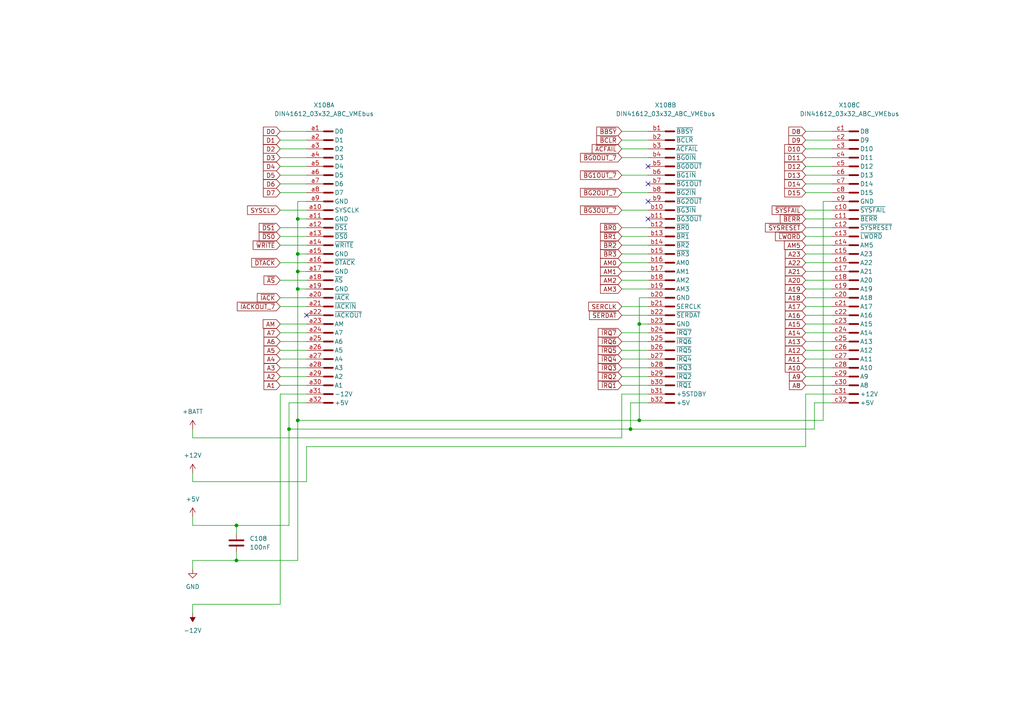
<source format=kicad_sch>
(kicad_sch (version 20211123) (generator eeschema)
  (paper "A4")
  (title_block (title "SLOT 3") (date "2024-01-03") (rev "1") (company "TOM STOREY") (comment 1 "FREE FOR NON-COMMERCIAL USE"))
  (lib_symbols
    (symbol "COMET symbols:C" (pin_numbers hide) (pin_names hide)
      (property "Reference" "C" (at 0 0 0))
      (property "Value" "C" (at 0 0 0))
      (symbol "C_0_1"
        (polyline (pts (xy -2.032 -0.762) (xy 2.032 -0.762)) (stroke (width 0.508)))
        (polyline (pts (xy -2.032 0.762) (xy 2.032 0.762)) (stroke (width 0.508)))
      )
      (symbol "C_1_1"
        (pin passive line (at 0 2.54 270) (length 1.524) (name "~") (number "1"))
        (pin passive line (at 0 -2.54 90) (length 1.524) (name "~") (number "2"))
      )
    )
    (symbol "COMET symbols:DIN41612_03x32_ABC_VMEbus" (pin_names (offset 3.048))
      (property "Reference" "X1" (at -20.32 45.72 0))
      (property "Value" "DIN41612_03x32_ABC_VMEbus" (at -20.32 43.18 0))
      (symbol "DIN41612_03x32_ABC_VMEbus_1_1"
        (polyline (pts (xy 0 -40.64) (xy 2.54 -40.64)) (stroke (width 0.508)))
        (polyline (pts (xy 0 -38.1) (xy 2.54 -38.1)) (stroke (width 0.508)))
        (polyline (pts (xy 0 -35.56) (xy 2.54 -35.56)) (stroke (width 0.508)))
        (polyline (pts (xy 0 -33.02) (xy 2.54 -33.02)) (stroke (width 0.508)))
        (polyline (pts (xy 0 -30.48) (xy 2.54 -30.48)) (stroke (width 0.508)))
        (polyline (pts (xy 0 -27.94) (xy 2.54 -27.94)) (stroke (width 0.508)))
        (polyline (pts (xy 0 -25.4) (xy 2.54 -25.4)) (stroke (width 0.508)))
        (polyline (pts (xy 0 -22.86) (xy 2.54 -22.86)) (stroke (width 0.508)))
        (polyline (pts (xy 0 -20.32) (xy 2.54 -20.32)) (stroke (width 0.508)))
        (polyline (pts (xy 0 -17.78) (xy 2.54 -17.78)) (stroke (width 0.508)))
        (polyline (pts (xy 0 -15.24) (xy 2.54 -15.24)) (stroke (width 0.508)))
        (polyline (pts (xy 0 -12.7) (xy 2.54 -12.7)) (stroke (width 0.508)))
        (polyline (pts (xy 0 -10.16) (xy 2.54 -10.16)) (stroke (width 0.508)))
        (polyline (pts (xy 0 -7.62) (xy 2.54 -7.62)) (stroke (width 0.508)))
        (polyline (pts (xy 0 -5.08) (xy 2.54 -5.08)) (stroke (width 0.508)))
        (polyline (pts (xy 0 -2.54) (xy 2.54 -2.54)) (stroke (width 0.508)))
        (polyline (pts (xy 0 0) (xy 2.54 0)) (stroke (width 0.508)))
        (polyline (pts (xy 0 2.54) (xy 2.54 2.54)) (stroke (width 0.508)))
        (polyline (pts (xy 0 5.08) (xy 2.54 5.08)) (stroke (width 0.508)))
        (polyline (pts (xy 0 7.62) (xy 2.54 7.62)) (stroke (width 0.508)))
        (polyline (pts (xy 0 10.16) (xy 2.54 10.16)) (stroke (width 0.508)))
        (polyline (pts (xy 0 12.7) (xy 2.54 12.7)) (stroke (width 0.508)))
        (polyline (pts (xy 0 15.24) (xy 2.54 15.24)) (stroke (width 0.508)))
        (polyline (pts (xy 0 17.78) (xy 2.54 17.78)) (stroke (width 0.508)))
        (polyline (pts (xy 0 20.32) (xy 2.54 20.32)) (stroke (width 0.508)))
        (polyline (pts (xy 0 22.86) (xy 2.54 22.86)) (stroke (width 0.508)))
        (polyline (pts (xy 0 25.4) (xy 2.54 25.4)) (stroke (width 0.508)))
        (polyline (pts (xy 0 27.94) (xy 2.54 27.94)) (stroke (width 0.508)))
        (polyline (pts (xy 0 30.48) (xy 2.54 30.48)) (stroke (width 0.508)))
        (polyline (pts (xy 0 33.02) (xy 2.54 33.02)) (stroke (width 0.508)))
        (polyline (pts (xy 0 35.56) (xy 2.54 35.56)) (stroke (width 0.508)))
        (polyline (pts (xy 0 38.1) (xy 2.54 38.1)) (stroke (width 0.508)))
        (pin passive line (at -5.08 38.1 0) (length 5.08) (name "D0") (number "a1"))
        (pin passive line (at -5.08 15.24 0) (length 5.08) (name "SYSCLK") (number "a10"))
        (pin passive line (at -5.08 12.7 0) (length 5.08) (name "GND") (number "a11"))
        (pin passive line (at -5.08 10.16 0) (length 5.08) (name "~{DS1}") (number "a12"))
        (pin passive line (at -5.08 7.62 0) (length 5.08) (name "~{DS0}") (number "a13"))
        (pin passive line (at -5.08 5.08 0) (length 5.08) (name "~{WRITE}") (number "a14"))
        (pin passive line (at -5.08 2.54 0) (length 5.08) (name "GND") (number "a15"))
        (pin passive line (at -5.08 0 0) (length 5.08) (name "~{DTACK}") (number "a16"))
        (pin passive line (at -5.08 -2.54 0) (length 5.08) (name "GND") (number "a17"))
        (pin passive line (at -5.08 -5.08 0) (length 5.08) (name "~{AS}") (number "a18"))
        (pin passive line (at -5.08 -7.62 0) (length 5.08) (name "GND") (number "a19"))
        (pin passive line (at -5.08 35.56 0) (length 5.08) (name "D1") (number "a2"))
        (pin passive line (at -5.08 -10.16 0) (length 5.08) (name "~{IACK}") (number "a20"))
        (pin passive line (at -5.08 -12.7 0) (length 5.08) (name "~{IACKIN}") (number "a21"))
        (pin passive line (at -5.08 -15.24 0) (length 5.08) (name "~{IACKOUT}") (number "a22"))
        (pin passive line (at -5.08 -17.78 0) (length 5.08) (name "AM") (number "a23"))
        (pin passive line (at -5.08 -20.32 0) (length 5.08) (name "A7") (number "a24"))
        (pin passive line (at -5.08 -22.86 0) (length 5.08) (name "A6") (number "a25"))
        (pin passive line (at -5.08 -25.4 0) (length 5.08) (name "A5") (number "a26"))
        (pin passive line (at -5.08 -27.94 0) (length 5.08) (name "A4") (number "a27"))
        (pin passive line (at -5.08 -30.48 0) (length 5.08) (name "A3") (number "a28"))
        (pin passive line (at -5.08 -33.02 0) (length 5.08) (name "A2") (number "a29"))
        (pin passive line (at -5.08 33.02 0) (length 5.08) (name "D2") (number "a3"))
        (pin passive line (at -5.08 -35.56 0) (length 5.08) (name "A1") (number "a30"))
        (pin passive line (at -5.08 -38.1 0) (length 5.08) (name "-12V") (number "a31"))
        (pin passive line (at -5.08 -40.64 0) (length 5.08) (name "+5V") (number "a32"))
        (pin passive line (at -5.08 30.48 0) (length 5.08) (name "D3") (number "a4"))
        (pin passive line (at -5.08 27.94 0) (length 5.08) (name "D4") (number "a5"))
        (pin passive line (at -5.08 25.4 0) (length 5.08) (name "D5") (number "a6"))
        (pin passive line (at -5.08 22.86 0) (length 5.08) (name "D6") (number "a7"))
        (pin passive line (at -5.08 20.32 0) (length 5.08) (name "D7") (number "a8"))
        (pin passive line (at -5.08 17.78 0) (length 5.08) (name "GND") (number "a9"))
      )
      (symbol "DIN41612_03x32_ABC_VMEbus_2_1"
        (polyline (pts (xy 0 -40.64) (xy 2.54 -40.64)) (stroke (width 0.508)))
        (polyline (pts (xy 0 -38.1) (xy 2.54 -38.1)) (stroke (width 0.508)))
        (polyline (pts (xy 0 -35.56) (xy 2.54 -35.56)) (stroke (width 0.508)))
        (polyline (pts (xy 0 -33.02) (xy 2.54 -33.02)) (stroke (width 0.508)))
        (polyline (pts (xy 0 -30.48) (xy 2.54 -30.48)) (stroke (width 0.508)))
        (polyline (pts (xy 0 -27.94) (xy 2.54 -27.94)) (stroke (width 0.508)))
        (polyline (pts (xy 0 -25.4) (xy 2.54 -25.4)) (stroke (width 0.508)))
        (polyline (pts (xy 0 -22.86) (xy 2.54 -22.86)) (stroke (width 0.508)))
        (polyline (pts (xy 0 -20.32) (xy 2.54 -20.32)) (stroke (width 0.508)))
        (polyline (pts (xy 0 -17.78) (xy 2.54 -17.78)) (stroke (width 0.508)))
        (polyline (pts (xy 0 -15.24) (xy 2.54 -15.24)) (stroke (width 0.508)))
        (polyline (pts (xy 0 -12.7) (xy 2.54 -12.7)) (stroke (width 0.508)))
        (polyline (pts (xy 0 -10.16) (xy 2.54 -10.16)) (stroke (width 0.508)))
        (polyline (pts (xy 0 -7.62) (xy 2.54 -7.62)) (stroke (width 0.508)))
        (polyline (pts (xy 0 -5.08) (xy 2.54 -5.08)) (stroke (width 0.508)))
        (polyline (pts (xy 0 -2.54) (xy 2.54 -2.54)) (stroke (width 0.508)))
        (polyline (pts (xy 0 0) (xy 2.54 0)) (stroke (width 0.508)))
        (polyline (pts (xy 0 2.54) (xy 2.54 2.54)) (stroke (width 0.508)))
        (polyline (pts (xy 0 5.08) (xy 2.54 5.08)) (stroke (width 0.508)))
        (polyline (pts (xy 0 7.62) (xy 2.54 7.62)) (stroke (width 0.508)))
        (polyline (pts (xy 0 10.16) (xy 2.54 10.16)) (stroke (width 0.508)))
        (polyline (pts (xy 0 12.7) (xy 2.54 12.7)) (stroke (width 0.508)))
        (polyline (pts (xy 0 15.24) (xy 2.54 15.24)) (stroke (width 0.508)))
        (polyline (pts (xy 0 17.78) (xy 2.54 17.78)) (stroke (width 0.508)))
        (polyline (pts (xy 0 20.32) (xy 2.54 20.32)) (stroke (width 0.508)))
        (polyline (pts (xy 0 22.86) (xy 2.54 22.86)) (stroke (width 0.508)))
        (polyline (pts (xy 0 25.4) (xy 2.54 25.4)) (stroke (width 0.508)))
        (polyline (pts (xy 0 27.94) (xy 2.54 27.94)) (stroke (width 0.508)))
        (polyline (pts (xy 0 30.48) (xy 2.54 30.48)) (stroke (width 0.508)))
        (polyline (pts (xy 0 33.02) (xy 2.54 33.02)) (stroke (width 0.508)))
        (polyline (pts (xy 0 35.56) (xy 2.54 35.56)) (stroke (width 0.508)))
        (polyline (pts (xy 0 38.1) (xy 2.54 38.1)) (stroke (width 0.508)))
        (pin passive line (at -5.08 38.1 0) (length 5.08) (name "~{BBSY}") (number "b1"))
        (pin passive line (at -5.08 15.24 0) (length 5.08) (name "~{BG3IN}") (number "b10"))
        (pin passive line (at -5.08 12.7 0) (length 5.08) (name "~{BG3OUT}") (number "b11"))
        (pin passive line (at -5.08 10.16 0) (length 5.08) (name "~{BR0}") (number "b12"))
        (pin passive line (at -5.08 7.62 0) (length 5.08) (name "~{BR1}") (number "b13"))
        (pin passive line (at -5.08 5.08 0) (length 5.08) (name "~{BR2}") (number "b14"))
        (pin passive line (at -5.08 2.54 0) (length 5.08) (name "~{BR3}") (number "b15"))
        (pin passive line (at -5.08 0 0) (length 5.08) (name "AM0") (number "b16"))
        (pin passive line (at -5.08 -2.54 0) (length 5.08) (name "AM1") (number "b17"))
        (pin passive line (at -5.08 -5.08 0) (length 5.08) (name "AM2") (number "b18"))
        (pin passive line (at -5.08 -7.62 0) (length 5.08) (name "AM3") (number "b19"))
        (pin passive line (at -5.08 35.56 0) (length 5.08) (name "~{BCLR}") (number "b2"))
        (pin passive line (at -5.08 -10.16 0) (length 5.08) (name "GND") (number "b20"))
        (pin passive line (at -5.08 -12.7 0) (length 5.08) (name "SERCLK") (number "b21"))
        (pin passive line (at -5.08 -15.24 0) (length 5.08) (name "~{SERDAT}") (number "b22"))
        (pin passive line (at -5.08 -17.78 0) (length 5.08) (name "GND") (number "b23"))
        (pin passive line (at -5.08 -20.32 0) (length 5.08) (name "~{IRQ7}") (number "b24"))
        (pin passive line (at -5.08 -22.86 0) (length 5.08) (name "~{IRQ6}") (number "b25"))
        (pin passive line (at -5.08 -25.4 0) (length 5.08) (name "~{IRQ5}") (number "b26"))
        (pin passive line (at -5.08 -27.94 0) (length 5.08) (name "~{IRQ4}") (number "b27"))
        (pin passive line (at -5.08 -30.48 0) (length 5.08) (name "~{IRQ3}") (number "b28"))
        (pin passive line (at -5.08 -33.02 0) (length 5.08) (name "~{IRQ2}") (number "b29"))
        (pin passive line (at -5.08 33.02 0) (length 5.08) (name "~{ACFAIL}") (number "b3"))
        (pin passive line (at -5.08 -35.56 0) (length 5.08) (name "~{IRQ1}") (number "b30"))
        (pin passive line (at -5.08 -38.1 0) (length 5.08) (name "+5STDBY") (number "b31"))
        (pin passive line (at -5.08 -40.64 0) (length 5.08) (name "+5V") (number "b32"))
        (pin passive line (at -5.08 30.48 0) (length 5.08) (name "~{BG0IN}") (number "b4"))
        (pin passive line (at -5.08 27.94 0) (length 5.08) (name "~{BG0OUT}") (number "b5"))
        (pin passive line (at -5.08 25.4 0) (length 5.08) (name "~{BG1IN}") (number "b6"))
        (pin passive line (at -5.08 22.86 0) (length 5.08) (name "~{BG1OUT}") (number "b7"))
        (pin passive line (at -5.08 20.32 0) (length 5.08) (name "~{BG2IN}") (number "b8"))
        (pin passive line (at -5.08 17.78 0) (length 5.08) (name "~{BG2OUT}") (number "b9"))
      )
      (symbol "DIN41612_03x32_ABC_VMEbus_3_1"
        (polyline (pts (xy 0 -40.64) (xy 2.54 -40.64)) (stroke (width 0.508)))
        (polyline (pts (xy 0 -38.1) (xy 2.54 -38.1)) (stroke (width 0.508)))
        (polyline (pts (xy 0 -35.56) (xy 2.54 -35.56)) (stroke (width 0.508)))
        (polyline (pts (xy 0 -33.02) (xy 2.54 -33.02)) (stroke (width 0.508)))
        (polyline (pts (xy 0 -30.48) (xy 2.54 -30.48)) (stroke (width 0.508)))
        (polyline (pts (xy 0 -27.94) (xy 2.54 -27.94)) (stroke (width 0.508)))
        (polyline (pts (xy 0 -25.4) (xy 2.54 -25.4)) (stroke (width 0.508)))
        (polyline (pts (xy 0 -22.86) (xy 2.54 -22.86)) (stroke (width 0.508)))
        (polyline (pts (xy 0 -20.32) (xy 2.54 -20.32)) (stroke (width 0.508)))
        (polyline (pts (xy 0 -17.78) (xy 2.54 -17.78)) (stroke (width 0.508)))
        (polyline (pts (xy 0 -15.24) (xy 2.54 -15.24)) (stroke (width 0.508)))
        (polyline (pts (xy 0 -12.7) (xy 2.54 -12.7)) (stroke (width 0.508)))
        (polyline (pts (xy 0 -10.16) (xy 2.54 -10.16)) (stroke (width 0.508)))
        (polyline (pts (xy 0 -7.62) (xy 2.54 -7.62)) (stroke (width 0.508)))
        (polyline (pts (xy 0 -5.08) (xy 2.54 -5.08)) (stroke (width 0.508)))
        (polyline (pts (xy 0 -2.54) (xy 2.54 -2.54)) (stroke (width 0.508)))
        (polyline (pts (xy 0 0) (xy 2.54 0)) (stroke (width 0.508)))
        (polyline (pts (xy 0 2.54) (xy 2.54 2.54)) (stroke (width 0.508)))
        (polyline (pts (xy 0 5.08) (xy 2.54 5.08)) (stroke (width 0.508)))
        (polyline (pts (xy 0 7.62) (xy 2.54 7.62)) (stroke (width 0.508)))
        (polyline (pts (xy 0 10.16) (xy 2.54 10.16)) (stroke (width 0.508)))
        (polyline (pts (xy 0 12.7) (xy 2.54 12.7)) (stroke (width 0.508)))
        (polyline (pts (xy 0 15.24) (xy 2.54 15.24)) (stroke (width 0.508)))
        (polyline (pts (xy 0 17.78) (xy 2.54 17.78)) (stroke (width 0.508)))
        (polyline (pts (xy 0 20.32) (xy 2.54 20.32)) (stroke (width 0.508)))
        (polyline (pts (xy 0 22.86) (xy 2.54 22.86)) (stroke (width 0.508)))
        (polyline (pts (xy 0 25.4) (xy 2.54 25.4)) (stroke (width 0.508)))
        (polyline (pts (xy 0 27.94) (xy 2.54 27.94)) (stroke (width 0.508)))
        (polyline (pts (xy 0 30.48) (xy 2.54 30.48)) (stroke (width 0.508)))
        (polyline (pts (xy 0 33.02) (xy 2.54 33.02)) (stroke (width 0.508)))
        (polyline (pts (xy 0 35.56) (xy 2.54 35.56)) (stroke (width 0.508)))
        (polyline (pts (xy 0 38.1) (xy 2.54 38.1)) (stroke (width 0.508)))
        (pin passive line (at -5.08 38.1 0) (length 5.08) (name "D8") (number "c1"))
        (pin passive line (at -5.08 15.24 0) (length 5.08) (name "~{SYSFAIL}") (number "c10"))
        (pin passive line (at -5.08 12.7 0) (length 5.08) (name "~{BERR}") (number "c11"))
        (pin passive line (at -5.08 10.16 0) (length 5.08) (name "~{SYSRESET}") (number "c12"))
        (pin passive line (at -5.08 7.62 0) (length 5.08) (name "~{LWORD}") (number "c13"))
        (pin passive line (at -5.08 5.08 0) (length 5.08) (name "AM5") (number "c14"))
        (pin passive line (at -5.08 2.54 0) (length 5.08) (name "A23") (number "c15"))
        (pin passive line (at -5.08 0 0) (length 5.08) (name "A22") (number "c16"))
        (pin passive line (at -5.08 -2.54 0) (length 5.08) (name "A21") (number "c17"))
        (pin passive line (at -5.08 -5.08 0) (length 5.08) (name "A20") (number "c18"))
        (pin passive line (at -5.08 -7.62 0) (length 5.08) (name "A19") (number "c19"))
        (pin passive line (at -5.08 35.56 0) (length 5.08) (name "D9") (number "c2"))
        (pin passive line (at -5.08 -10.16 0) (length 5.08) (name "A18") (number "c20"))
        (pin passive line (at -5.08 -12.7 0) (length 5.08) (name "A17") (number "c21"))
        (pin passive line (at -5.08 -15.24 0) (length 5.08) (name "A16") (number "c22"))
        (pin passive line (at -5.08 -17.78 0) (length 5.08) (name "A15") (number "c23"))
        (pin passive line (at -5.08 -20.32 0) (length 5.08) (name "A14") (number "c24"))
        (pin passive line (at -5.08 -22.86 0) (length 5.08) (name "A13") (number "c25"))
        (pin passive line (at -5.08 -25.4 0) (length 5.08) (name "A12") (number "c26"))
        (pin passive line (at -5.08 -27.94 0) (length 5.08) (name "A11") (number "c27"))
        (pin passive line (at -5.08 -30.48 0) (length 5.08) (name "A10") (number "c28"))
        (pin passive line (at -5.08 -33.02 0) (length 5.08) (name "A9") (number "c29"))
        (pin passive line (at -5.08 33.02 0) (length 5.08) (name "D10") (number "c3"))
        (pin passive line (at -5.08 -35.56 0) (length 5.08) (name "A8") (number "c30"))
        (pin passive line (at -5.08 -38.1 0) (length 5.08) (name "+12V") (number "c31"))
        (pin passive line (at -5.08 -40.64 0) (length 5.08) (name "+5V") (number "c32"))
        (pin passive line (at -5.08 30.48 0) (length 5.08) (name "D11") (number "c4"))
        (pin passive line (at -5.08 27.94 0) (length 5.08) (name "D12") (number "c5"))
        (pin passive line (at -5.08 25.4 0) (length 5.08) (name "D13") (number "c6"))
        (pin passive line (at -5.08 22.86 0) (length 5.08) (name "D14") (number "c7"))
        (pin passive line (at -5.08 20.32 0) (length 5.08) (name "D15") (number "c8"))
        (pin passive line (at -5.08 17.78 0) (length 5.08) (name "GND") (number "c9"))
      )
    )
    (symbol "power:+12V" (power) (pin_names (offset 0))
      (property "Value" "+12V" (at 0 3.556 0))
      (symbol "+12V_0_1"
        (polyline (pts (xy -0.762 1.27) (xy 0 2.54)))
        (polyline (pts (xy 0 0) (xy 0 2.54)))
        (polyline (pts (xy 0 2.54) (xy 0.762 1.27)))
      )
      (symbol "+12V_1_1"
        (pin power_in line (at 0 0 90) (length 0) hide (name "+12V") (number "1"))
      )
    )
    (symbol "power:+5V" (power) (pin_names (offset 0))
      (property "Value" "+5V" (at 0 3.556 0))
      (symbol "+5V_0_1"
        (polyline (pts (xy -0.762 1.27) (xy 0 2.54)))
        (polyline (pts (xy 0 0) (xy 0 2.54)))
        (polyline (pts (xy 0 2.54) (xy 0.762 1.27)))
      )
      (symbol "+5V_1_1"
        (pin power_in line (at 0 0 90) (length 0) hide (name "+5V") (number "1"))
      )
    )
    (symbol "power:+BATT" (power) (pin_names (offset 0))
      (property "Value" "+BATT" (at 0 3.556 0))
      (symbol "+BATT_0_1"
        (polyline (pts (xy -0.762 1.27) (xy 0 2.54)))
        (polyline (pts (xy 0 0) (xy 0 2.54)))
        (polyline (pts (xy 0 2.54) (xy 0.762 1.27)))
      )
      (symbol "+BATT_1_1"
        (pin power_in line (at 0 0 90) (length 0) hide (name "+BATT") (number "1"))
      )
    )
    (symbol "power:-12V" (power) (pin_names (offset 0))
      (property "Value" "-12V" (at 0 3.81 0))
      (symbol "-12V_0_0"
        (pin power_in line (at 0 0 90) (length 0) hide (name "-12V") (number "1"))
      )
      (symbol "-12V_0_1"
        (polyline (pts (xy 0 0) (xy 0 1.27) (xy 0.762 1.27) (xy 0 2.54) (xy -0.762 1.27) (xy 0 1.27)) (fill (type outline)))
      )
    )
    (symbol "power:GND" (power) (pin_names (offset 0))
      (property "Value" "GND" (at 0 -3.81 0))
      (symbol "GND_0_1"
        (polyline (pts (xy 0 0) (xy 0 -1.27) (xy 1.27 -1.27) (xy 0 -2.54) (xy -1.27 -1.27) (xy 0 -1.27)))
      )
      (symbol "GND_1_1"
        (pin power_in line (at 0 0 270) (length 0) hide (name "GND") (number "1"))
      )
    )
  )
  (junction (at 86.36 83.82))
  (junction (at 86.36 63.5))
  (junction (at 86.36 78.74))
  (junction (at 185.42 93.98))
  (junction (at 185.42 121.92))
  (junction (at 83.82 124.46))
  (junction (at 86.36 73.66))
  (junction (at 68.58 152.4))
  (junction (at 182.88 124.46))
  (junction (at 68.58 162.56))
  (junction (at 86.36 121.92))
  (no_connect (at 88.9 91.44))
  (no_connect (at 187.96 63.5))
  (no_connect (at 187.96 58.42))
  (no_connect (at 187.96 48.26))
  (no_connect (at 187.96 53.34))
  (wire (pts (xy 238.76 58.42) (xy 238.76 121.92)))
  (wire (pts (xy 180.34 83.82) (xy 187.96 83.82)))
  (wire (pts (xy 233.68 106.68) (xy 241.3 106.68)))
  (wire (pts (xy 81.28 60.96) (xy 88.9 60.96)))
  (wire (pts (xy 180.34 43.18) (xy 187.96 43.18)))
  (wire (pts (xy 68.58 160.02) (xy 68.58 162.56)))
  (wire (pts (xy 233.68 55.88) (xy 241.3 55.88)))
  (wire (pts (xy 233.68 91.44) (xy 241.3 91.44)))
  (wire (pts (xy 86.36 78.74) (xy 88.9 78.74)))
  (wire (pts (xy 81.28 106.68) (xy 88.9 106.68)))
  (wire (pts (xy 233.68 71.12) (xy 241.3 71.12)))
  (wire (pts (xy 180.34 127) (xy 180.34 114.3)))
  (wire (pts (xy 233.68 114.3) (xy 241.3 114.3)))
  (wire (pts (xy 81.28 50.8) (xy 88.9 50.8)))
  (wire (pts (xy 233.68 86.36) (xy 241.3 86.36)))
  (wire (pts (xy 86.36 121.92) (xy 185.42 121.92)))
  (wire (pts (xy 55.88 177.8) (xy 55.88 175.26)))
  (wire (pts (xy 182.88 116.84) (xy 182.88 124.46)))
  (wire (pts (xy 185.42 86.36) (xy 185.42 93.98)))
  (wire (pts (xy 81.28 93.98) (xy 88.9 93.98)))
  (wire (pts (xy 55.88 139.7) (xy 88.9 139.7)))
  (wire (pts (xy 182.88 124.46) (xy 236.22 124.46)))
  (wire (pts (xy 236.22 116.84) (xy 241.3 116.84)))
  (wire (pts (xy 180.34 71.12) (xy 187.96 71.12)))
  (wire (pts (xy 233.68 38.1) (xy 241.3 38.1)))
  (wire (pts (xy 233.68 53.34) (xy 241.3 53.34)))
  (wire (pts (xy 55.88 149.86) (xy 55.88 152.4)))
  (wire (pts (xy 185.42 93.98) (xy 187.96 93.98)))
  (wire (pts (xy 86.36 78.74) (xy 86.36 83.82)))
  (wire (pts (xy 81.28 66.04) (xy 88.9 66.04)))
  (wire (pts (xy 180.34 111.76) (xy 187.96 111.76)))
  (wire (pts (xy 233.68 104.14) (xy 241.3 104.14)))
  (wire (pts (xy 180.34 96.52) (xy 187.96 96.52)))
  (wire (pts (xy 180.34 88.9) (xy 187.96 88.9)))
  (wire (pts (xy 55.88 175.26) (xy 81.28 175.26)))
  (wire (pts (xy 187.96 116.84) (xy 182.88 116.84)))
  (wire (pts (xy 55.88 137.16) (xy 55.88 139.7)))
  (wire (pts (xy 81.28 38.1) (xy 88.9 38.1)))
  (wire (pts (xy 81.28 86.36) (xy 88.9 86.36)))
  (wire (pts (xy 86.36 58.42) (xy 86.36 63.5)))
  (wire (pts (xy 83.82 152.4) (xy 83.82 124.46)))
  (wire (pts (xy 55.88 124.46) (xy 55.88 127)))
  (wire (pts (xy 180.34 40.64) (xy 187.96 40.64)))
  (wire (pts (xy 81.28 81.28) (xy 88.9 81.28)))
  (wire (pts (xy 180.34 73.66) (xy 187.96 73.66)))
  (wire (pts (xy 233.68 68.58) (xy 241.3 68.58)))
  (wire (pts (xy 233.68 99.06) (xy 241.3 99.06)))
  (wire (pts (xy 233.68 101.6) (xy 241.3 101.6)))
  (wire (pts (xy 233.68 48.26) (xy 241.3 48.26)))
  (wire (pts (xy 180.34 55.88) (xy 187.96 55.88)))
  (wire (pts (xy 233.68 129.54) (xy 233.68 114.3)))
  (wire (pts (xy 81.28 43.18) (xy 88.9 43.18)))
  (wire (pts (xy 81.28 76.2) (xy 88.9 76.2)))
  (wire (pts (xy 86.36 83.82) (xy 86.36 121.92)))
  (wire (pts (xy 180.34 104.14) (xy 187.96 104.14)))
  (wire (pts (xy 86.36 63.5) (xy 86.36 73.66)))
  (wire (pts (xy 180.34 68.58) (xy 187.96 68.58)))
  (wire (pts (xy 180.34 76.2) (xy 187.96 76.2)))
  (wire (pts (xy 233.68 88.9) (xy 241.3 88.9)))
  (wire (pts (xy 68.58 152.4) (xy 68.58 154.94)))
  (wire (pts (xy 83.82 124.46) (xy 182.88 124.46)))
  (wire (pts (xy 55.88 152.4) (xy 68.58 152.4)))
  (wire (pts (xy 81.28 48.26) (xy 88.9 48.26)))
  (wire (pts (xy 233.68 81.28) (xy 241.3 81.28)))
  (wire (pts (xy 88.9 116.84) (xy 83.82 116.84)))
  (wire (pts (xy 81.28 45.72) (xy 88.9 45.72)))
  (wire (pts (xy 68.58 162.56) (xy 55.88 162.56)))
  (wire (pts (xy 233.68 43.18) (xy 241.3 43.18)))
  (wire (pts (xy 233.68 50.8) (xy 241.3 50.8)))
  (wire (pts (xy 233.68 45.72) (xy 241.3 45.72)))
  (wire (pts (xy 81.28 175.26) (xy 81.28 114.3)))
  (wire (pts (xy 180.34 91.44) (xy 187.96 91.44)))
  (wire (pts (xy 180.34 106.68) (xy 187.96 106.68)))
  (wire (pts (xy 83.82 116.84) (xy 83.82 124.46)))
  (wire (pts (xy 88.9 129.54) (xy 88.9 139.7)))
  (wire (pts (xy 86.36 73.66) (xy 88.9 73.66)))
  (wire (pts (xy 81.28 101.6) (xy 88.9 101.6)))
  (wire (pts (xy 233.68 76.2) (xy 241.3 76.2)))
  (wire (pts (xy 68.58 152.4) (xy 83.82 152.4)))
  (wire (pts (xy 180.34 50.8) (xy 187.96 50.8)))
  (wire (pts (xy 86.36 162.56) (xy 68.58 162.56)))
  (wire (pts (xy 180.34 81.28) (xy 187.96 81.28)))
  (wire (pts (xy 241.3 58.42) (xy 238.76 58.42)))
  (wire (pts (xy 86.36 73.66) (xy 86.36 78.74)))
  (wire (pts (xy 81.28 104.14) (xy 88.9 104.14)))
  (wire (pts (xy 81.28 96.52) (xy 88.9 96.52)))
  (wire (pts (xy 81.28 53.34) (xy 88.9 53.34)))
  (wire (pts (xy 180.34 66.04) (xy 187.96 66.04)))
  (wire (pts (xy 88.9 58.42) (xy 86.36 58.42)))
  (wire (pts (xy 55.88 162.56) (xy 55.88 165.1)))
  (wire (pts (xy 233.68 40.64) (xy 241.3 40.64)))
  (wire (pts (xy 180.34 109.22) (xy 187.96 109.22)))
  (wire (pts (xy 88.9 129.54) (xy 233.68 129.54)))
  (wire (pts (xy 233.68 78.74) (xy 241.3 78.74)))
  (wire (pts (xy 233.68 93.98) (xy 241.3 93.98)))
  (wire (pts (xy 180.34 101.6) (xy 187.96 101.6)))
  (wire (pts (xy 81.28 68.58) (xy 88.9 68.58)))
  (wire (pts (xy 81.28 40.64) (xy 88.9 40.64)))
  (wire (pts (xy 233.68 60.96) (xy 241.3 60.96)))
  (wire (pts (xy 233.68 96.52) (xy 241.3 96.52)))
  (wire (pts (xy 233.68 66.04) (xy 241.3 66.04)))
  (wire (pts (xy 81.28 114.3) (xy 88.9 114.3)))
  (wire (pts (xy 86.36 63.5) (xy 88.9 63.5)))
  (wire (pts (xy 81.28 111.76) (xy 88.9 111.76)))
  (wire (pts (xy 185.42 121.92) (xy 238.76 121.92)))
  (wire (pts (xy 233.68 63.5) (xy 241.3 63.5)))
  (wire (pts (xy 81.28 88.9) (xy 88.9 88.9)))
  (wire (pts (xy 233.68 111.76) (xy 241.3 111.76)))
  (wire (pts (xy 180.34 78.74) (xy 187.96 78.74)))
  (wire (pts (xy 233.68 83.82) (xy 241.3 83.82)))
  (wire (pts (xy 86.36 83.82) (xy 88.9 83.82)))
  (wire (pts (xy 236.22 124.46) (xy 236.22 116.84)))
  (wire (pts (xy 187.96 86.36) (xy 185.42 86.36)))
  (wire (pts (xy 55.88 127) (xy 180.34 127)))
  (wire (pts (xy 81.28 71.12) (xy 88.9 71.12)))
  (wire (pts (xy 233.68 73.66) (xy 241.3 73.66)))
  (wire (pts (xy 233.68 109.22) (xy 241.3 109.22)))
  (wire (pts (xy 81.28 55.88) (xy 88.9 55.88)))
  (wire (pts (xy 81.28 99.06) (xy 88.9 99.06)))
  (wire (pts (xy 180.34 60.96) (xy 187.96 60.96)))
  (wire (pts (xy 86.36 121.92) (xy 86.36 162.56)))
  (wire (pts (xy 180.34 45.72) (xy 187.96 45.72)))
  (wire (pts (xy 81.28 109.22) (xy 88.9 109.22)))
  (wire (pts (xy 180.34 99.06) (xy 187.96 99.06)))
  (wire (pts (xy 185.42 93.98) (xy 185.42 121.92)))
  (wire (pts (xy 180.34 114.3) (xy 187.96 114.3)))
  (wire (pts (xy 180.34 38.1) (xy 187.96 38.1)))
  (global_label "A20" (shape input) (at 233.68 81.28 180) (property "Intersheet References" "${INTERSHEET_REFS}" (effects hide)))
  (global_label "~{BR3}" (shape input) (at 180.34 73.66 180) (property "Intersheet References" "${INTERSHEET_REFS}" (effects hide)))
  (global_label "A9" (shape input) (at 233.68 109.22 180) (property "Intersheet References" "${INTERSHEET_REFS}" (effects hide)))
  (global_label "~{IRQ7}" (shape input) (at 180.34 96.52 180) (property "Intersheet References" "${INTERSHEET_REFS}" (effects hide)))
  (global_label "A1" (shape input) (at 81.28 111.76 180) (property "Intersheet References" "${INTERSHEET_REFS}" (effects hide)))
  (global_label "~{ACFAIL}" (shape input) (at 180.34 43.18 180) (property "Intersheet References" "${INTERSHEET_REFS}" (effects hide)))
  (global_label "D2" (shape input) (at 81.28 43.18 180) (property "Intersheet References" "${INTERSHEET_REFS}" (effects hide)))
  (global_label "D11" (shape input) (at 233.68 45.72 180) (property "Intersheet References" "${INTERSHEET_REFS}" (effects hide)))
  (global_label "~{BR1}" (shape input) (at 180.34 68.58 180) (property "Intersheet References" "${INTERSHEET_REFS}" (effects hide)))
  (global_label "A21" (shape input) (at 233.68 78.74 180) (property "Intersheet References" "${INTERSHEET_REFS}" (effects hide)))
  (global_label "~{DS0}" (shape input) (at 81.28 68.58 180) (property "Intersheet References" "${INTERSHEET_REFS}" (effects hide)))
  (global_label "A11" (shape input) (at 233.68 104.14 180) (property "Intersheet References" "${INTERSHEET_REFS}" (effects hide)))
  (global_label "A3" (shape input) (at 81.28 106.68 180) (property "Intersheet References" "${INTERSHEET_REFS}" (effects hide)))
  (global_label "~{SERDAT}" (shape input) (at 180.34 91.44 180) (property "Intersheet References" "${INTERSHEET_REFS}" (effects hide)))
  (global_label "~{BR2}" (shape input) (at 180.34 71.12 180) (property "Intersheet References" "${INTERSHEET_REFS}" (effects hide)))
  (global_label "A18" (shape input) (at 233.68 86.36 180) (property "Intersheet References" "${INTERSHEET_REFS}" (effects hide)))
  (global_label "SERCLK" (shape input) (at 180.34 88.9 180) (property "Intersheet References" "${INTERSHEET_REFS}" (effects hide)))
  (global_label "D10" (shape input) (at 233.68 43.18 180) (property "Intersheet References" "${INTERSHEET_REFS}" (effects hide)))
  (global_label "D12" (shape input) (at 233.68 48.26 180) (property "Intersheet References" "${INTERSHEET_REFS}" (effects hide)))
  (global_label "A8" (shape input) (at 233.68 111.76 180) (property "Intersheet References" "${INTERSHEET_REFS}" (effects hide)))
  (global_label "A13" (shape input) (at 233.68 99.06 180) (property "Intersheet References" "${INTERSHEET_REFS}" (effects hide)))
  (global_label "~{BBSY}" (shape input) (at 180.34 38.1 180) (property "Intersheet References" "${INTERSHEET_REFS}" (effects hide)))
  (global_label "AM2" (shape input) (at 180.34 81.28 180) (property "Intersheet References" "${INTERSHEET_REFS}" (effects hide)))
  (global_label "~{BR0}" (shape input) (at 180.34 66.04 180) (property "Intersheet References" "${INTERSHEET_REFS}" (effects hide)))
  (global_label "A12" (shape input) (at 233.68 101.6 180) (property "Intersheet References" "${INTERSHEET_REFS}" (effects hide)))
  (global_label "~{BG1OUT_7}" (shape input) (at 180.34 50.8 180) (property "Intersheet References" "${INTERSHEET_REFS}" (effects hide)))
  (global_label "~{IACK}" (shape input) (at 81.28 86.36 180) (property "Intersheet References" "${INTERSHEET_REFS}" (effects hide)))
  (global_label "~{IRQ6}" (shape input) (at 180.34 99.06 180) (property "Intersheet References" "${INTERSHEET_REFS}" (effects hide)))
  (global_label "A10" (shape input) (at 233.68 106.68 180) (property "Intersheet References" "${INTERSHEET_REFS}" (effects hide)))
  (global_label "~{BCLR}" (shape input) (at 180.34 40.64 180) (property "Intersheet References" "${INTERSHEET_REFS}" (effects hide)))
  (global_label "A6" (shape input) (at 81.28 99.06 180) (property "Intersheet References" "${INTERSHEET_REFS}" (effects hide)))
  (global_label "~{IRQ4}" (shape input) (at 180.34 104.14 180) (property "Intersheet References" "${INTERSHEET_REFS}" (effects hide)))
  (global_label "~{BG0OUT_7}" (shape input) (at 180.34 45.72 180) (property "Intersheet References" "${INTERSHEET_REFS}" (effects hide)))
  (global_label "AM3" (shape input) (at 180.34 83.82 180) (property "Intersheet References" "${INTERSHEET_REFS}" (effects hide)))
  (global_label "D4" (shape input) (at 81.28 48.26 180) (property "Intersheet References" "${INTERSHEET_REFS}" (effects hide)))
  (global_label "AM" (shape input) (at 81.28 93.98 180) (property "Intersheet References" "${INTERSHEET_REFS}" (effects hide)))
  (global_label "~{DS1}" (shape input) (at 81.28 66.04 180) (property "Intersheet References" "${INTERSHEET_REFS}" (effects hide)))
  (global_label "A19" (shape input) (at 233.68 83.82 180) (property "Intersheet References" "${INTERSHEET_REFS}" (effects hide)))
  (global_label "D7" (shape input) (at 81.28 55.88 180) (property "Intersheet References" "${INTERSHEET_REFS}" (effects hide)))
  (global_label "A2" (shape input) (at 81.28 109.22 180) (property "Intersheet References" "${INTERSHEET_REFS}" (effects hide)))
  (global_label "~{IRQ1}" (shape input) (at 180.34 111.76 180) (property "Intersheet References" "${INTERSHEET_REFS}" (effects hide)))
  (global_label "D8" (shape input) (at 233.68 38.1 180) (property "Intersheet References" "${INTERSHEET_REFS}" (effects hide)))
  (global_label "D9" (shape input) (at 233.68 40.64 180) (property "Intersheet References" "${INTERSHEET_REFS}" (effects hide)))
  (global_label "D3" (shape input) (at 81.28 45.72 180) (property "Intersheet References" "${INTERSHEET_REFS}" (effects hide)))
  (global_label "A7" (shape input) (at 81.28 96.52 180) (property "Intersheet References" "${INTERSHEET_REFS}" (effects hide)))
  (global_label "~{IRQ3}" (shape input) (at 180.34 106.68 180) (property "Intersheet References" "${INTERSHEET_REFS}" (effects hide)))
  (global_label "~{IACKOUT_7}" (shape input) (at 81.28 88.9 180) (property "Intersheet References" "${INTERSHEET_REFS}" (effects hide)))
  (global_label "~{SYSFAIL}" (shape input) (at 233.68 60.96 180) (property "Intersheet References" "${INTERSHEET_REFS}" (effects hide)))
  (global_label "~{LWORD}" (shape input) (at 233.68 68.58 180) (property "Intersheet References" "${INTERSHEET_REFS}" (effects hide)))
  (global_label "AM5" (shape input) (at 233.68 71.12 180) (property "Intersheet References" "${INTERSHEET_REFS}" (effects hide)))
  (global_label "D13" (shape input) (at 233.68 50.8 180) (property "Intersheet References" "${INTERSHEET_REFS}" (effects hide)))
  (global_label "AM0" (shape input) (at 180.34 76.2 180) (property "Intersheet References" "${INTERSHEET_REFS}" (effects hide)))
  (global_label "A23" (shape input) (at 233.68 73.66 180) (property "Intersheet References" "${INTERSHEET_REFS}" (effects hide)))
  (global_label "A16" (shape input) (at 233.68 91.44 180) (property "Intersheet References" "${INTERSHEET_REFS}" (effects hide)))
  (global_label "A22" (shape input) (at 233.68 76.2 180) (property "Intersheet References" "${INTERSHEET_REFS}" (effects hide)))
  (global_label "A4" (shape input) (at 81.28 104.14 180) (property "Intersheet References" "${INTERSHEET_REFS}" (effects hide)))
  (global_label "D5" (shape input) (at 81.28 50.8 180) (property "Intersheet References" "${INTERSHEET_REFS}" (effects hide)))
  (global_label "~{AS}" (shape input) (at 81.28 81.28 180) (property "Intersheet References" "${INTERSHEET_REFS}" (effects hide)))
  (global_label "~{SYSRESET}" (shape input) (at 233.68 66.04 180) (property "Intersheet References" "${INTERSHEET_REFS}" (effects hide)))
  (global_label "A15" (shape input) (at 233.68 93.98 180) (property "Intersheet References" "${INTERSHEET_REFS}" (effects hide)))
  (global_label "~{IRQ5}" (shape input) (at 180.34 101.6 180) (property "Intersheet References" "${INTERSHEET_REFS}" (effects hide)))
  (global_label "A14" (shape input) (at 233.68 96.52 180) (property "Intersheet References" "${INTERSHEET_REFS}" (effects hide)))
  (global_label "~{BG2OUT_7}" (shape input) (at 180.34 55.88 180) (property "Intersheet References" "${INTERSHEET_REFS}" (effects hide)))
  (global_label "D14" (shape input) (at 233.68 53.34 180) (property "Intersheet References" "${INTERSHEET_REFS}" (effects hide)))
  (global_label "~{DTACK}" (shape input) (at 81.28 76.2 180) (property "Intersheet References" "${INTERSHEET_REFS}" (effects hide)))
  (global_label "A17" (shape input) (at 233.68 88.9 180) (property "Intersheet References" "${INTERSHEET_REFS}" (effects hide)))
  (global_label "SYSCLK" (shape input) (at 81.28 60.96 180) (property "Intersheet References" "${INTERSHEET_REFS}" (effects hide)))
  (global_label "~{BG3OUT_7}" (shape input) (at 180.34 60.96 180) (property "Intersheet References" "${INTERSHEET_REFS}" (effects hide)))
  (global_label "~{IRQ2}" (shape input) (at 180.34 109.22 180) (property "Intersheet References" "${INTERSHEET_REFS}" (effects hide)))
  (global_label "AM1" (shape input) (at 180.34 78.74 180) (property "Intersheet References" "${INTERSHEET_REFS}" (effects hide)))
  (global_label "~{BERR}" (shape input) (at 233.68 63.5 180) (property "Intersheet References" "${INTERSHEET_REFS}" (effects hide)))
  (global_label "A5" (shape input) (at 81.28 101.6 180) (property "Intersheet References" "${INTERSHEET_REFS}" (effects hide)))
  (global_label "D0" (shape input) (at 81.28 38.1 180) (property "Intersheet References" "${INTERSHEET_REFS}" (effects hide)))
  (global_label "D15" (shape input) (at 233.68 55.88 180) (property "Intersheet References" "${INTERSHEET_REFS}" (effects hide)))
  (global_label "D1" (shape input) (at 81.28 40.64 180) (property "Intersheet References" "${INTERSHEET_REFS}" (effects hide)))
  (global_label "~{WRITE}" (shape input) (at 81.28 71.12 180) (property "Intersheet References" "${INTERSHEET_REFS}" (effects hide)))
  (global_label "D6" (shape input) (at 81.28 53.34 180) (property "Intersheet References" "${INTERSHEET_REFS}" (effects hide)))
  (symbol (lib_id "COMET symbols:DIN41612_03x32_ABC_VMEbus") (at 193.04 76.2 0) (unit 2)
    (property "Reference" "X108" (at 193.04 30.48 0))
    (property "Value" "DIN41612_03x32_ABC_VMEbus" (at 193.04 33.02 0))
    (property "Footprint" "COMET footprints:Connector_DIN41612_C_3x32_Female_Vertical_THT" (effects hide))
  )
  (symbol (lib_id "COMET symbols:DIN41612_03x32_ABC_VMEbus") (at 93.98 76.2 0) (unit 1)
    (property "Reference" "X108" (at 93.98 30.48 0))
    (property "Value" "DIN41612_03x32_ABC_VMEbus" (at 93.98 33.02 0))
    (property "Footprint" "COMET footprints:Connector_DIN41612_C_3x32_Female_Vertical_THT" (effects hide))
  )
  (symbol (lib_id "power:+5V") (at 55.88 149.86 0) (unit 1)
    (property "Reference" "#PWR0133" (effects hide))
    (property "Value" "+5V" (at 55.88 144.78 0))
  )
  (symbol (lib_id "power:GND") (at 55.88 165.1 0) (unit 1)
    (property "Reference" "#PWR0131" (effects hide))
    (property "Value" "GND" (at 55.88 170.18 0))
  )
  (symbol (lib_id "COMET symbols:C") (at 68.58 157.48 0) (unit 1)
    (property "Reference" "C108" (at 72.39 156.2099 0) (effects (justify left)))
    (property "Value" "100nF" (at 72.39 158.7499 0) (effects (justify left)))
    (property "Footprint" "Capacitor_THT:C_Disc_D4.3mm_W1.9mm_P5.00mm" (effects hide))
  )
  (symbol (lib_id "power:+BATT") (at 55.88 124.46 0) (unit 1)
    (property "Reference" "#PWR0135" (effects hide))
    (property "Value" "+BATT" (at 55.88 119.38 0))
  )
  (symbol (lib_id "power:+12V") (at 55.88 137.16 0) (unit 1)
    (property "Reference" "#PWR0134" (effects hide))
    (property "Value" "+12V" (at 55.88 132.08 0))
  )
  (symbol (lib_id "power:-12V") (at 55.88 177.8 180) (unit 1)
    (property "Reference" "#PWR0132" (effects hide))
    (property "Value" "-12V" (at 55.88 182.88 0))
  )
  (symbol (lib_id "COMET symbols:DIN41612_03x32_ABC_VMEbus") (at 246.38 76.2 0) (unit 3)
    (property "Reference" "X108" (at 246.38 30.48 0))
    (property "Value" "DIN41612_03x32_ABC_VMEbus" (at 246.38 33.02 0))
    (property "Footprint" "COMET footprints:Connector_DIN41612_C_3x32_Female_Vertical_THT" (effects hide))
  )
)
</source>
